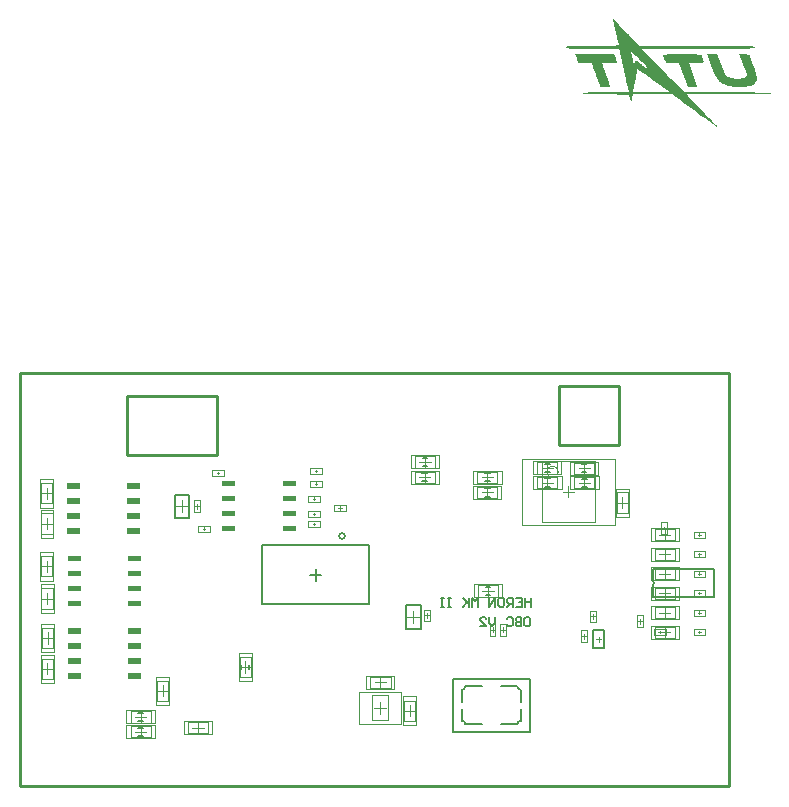
<source format=gbo>
G04*
G04 #@! TF.GenerationSoftware,Altium Limited,Altium Designer,18.0.12 (696)*
G04*
G04 Layer_Color=32896*
%FSLAX44Y44*%
%MOMM*%
G71*
G01*
G75*
%ADD14C,0.2540*%
%ADD15C,0.2000*%
%ADD19C,0.1270*%
%ADD20C,0.1000*%
%ADD21C,0.0500*%
G36*
X567916Y619747D02*
X569725D01*
X571369Y619665D01*
X572685Y619582D01*
X573754Y619500D01*
X574658D01*
X575398Y619418D01*
X575891Y619336D01*
X576302Y619254D01*
X576549Y619171D01*
X576713D01*
X576796Y619089D01*
X576878D01*
X577207Y618102D01*
X577536Y617198D01*
X577865Y616458D01*
X578029Y615800D01*
X578276Y615225D01*
X578440Y614731D01*
X578687Y613992D01*
X578851Y613498D01*
X578933Y613169D01*
Y613005D01*
X578851Y612923D01*
X578687Y612840D01*
X578358D01*
X577947Y612758D01*
X576960Y612676D01*
X575727D01*
X574576Y612594D01*
X566354D01*
X569725Y602727D01*
X573096Y592532D01*
X573014Y592450D01*
X572931Y592368D01*
X572438Y592285D01*
X571780Y592203D01*
X571040D01*
X570300Y592121D01*
X564956D01*
X562490Y599274D01*
X561996Y600672D01*
X561585Y601987D01*
X561174Y603139D01*
X560763Y604207D01*
X560434Y605112D01*
X560187Y605934D01*
X559858Y606674D01*
X559694Y607332D01*
X559447Y607907D01*
X559283Y608318D01*
X559201Y608730D01*
X559036Y608976D01*
X558954Y609387D01*
X558872Y609469D01*
X557803Y612347D01*
X556981Y612429D01*
X555994Y612512D01*
X555090D01*
X554103Y612594D01*
X550650D01*
X549417Y612676D01*
X548430D01*
X547690Y612758D01*
X547032D01*
X546621Y612840D01*
X546292D01*
X545388Y615718D01*
X544977Y616623D01*
X544730Y617363D01*
X544483Y618020D01*
X544401Y618431D01*
X544319Y618760D01*
X544237Y618925D01*
Y619089D01*
X544319Y619171D01*
X544401Y619254D01*
X544648D01*
X544894Y619336D01*
X545717Y619418D01*
X546786Y619500D01*
X548019Y619582D01*
X549334Y619665D01*
X550814D01*
X552294Y619747D01*
X553856D01*
X555336Y619829D01*
X565778Y619829D01*
X567916Y619747D01*
D02*
G37*
G36*
X503949Y616623D02*
X504360Y615636D01*
X504607Y614814D01*
X504853Y614156D01*
X504936Y613663D01*
X505018Y613252D01*
X505100Y613005D01*
Y612923D01*
Y612840D01*
X505018D01*
X504853Y612758D01*
X504524D01*
X504113Y612676D01*
X503127D01*
X501894Y612594D01*
X496385D01*
X495398Y612512D01*
X494494D01*
X493754Y612429D01*
X493178D01*
X492767Y612347D01*
X492685D01*
Y612183D01*
X492849Y611854D01*
X493014Y611361D01*
X493178Y610785D01*
X493425Y610045D01*
X493754Y609223D01*
X494329Y607414D01*
X494987Y605605D01*
X495234Y604783D01*
X495563Y604043D01*
X495727Y603467D01*
X495891Y602974D01*
X496056Y602645D01*
Y602563D01*
X496631Y600919D01*
X497207Y599356D01*
X497618Y598123D01*
X498029Y596972D01*
X498358Y595985D01*
X498605Y595163D01*
X498851Y594505D01*
X499016Y594012D01*
X499180Y593519D01*
X499263Y593190D01*
X499345Y592943D01*
Y592779D01*
X499427Y592614D01*
Y592532D01*
X499345Y592450D01*
X499263Y592368D01*
X498769Y592285D01*
X498111Y592203D01*
X497289D01*
X496467Y592121D01*
X491123D01*
X490547Y593519D01*
X489972Y595163D01*
X489314Y596808D01*
X488738Y598452D01*
X488245Y600014D01*
X487998Y600672D01*
X487834Y601165D01*
X487669Y601659D01*
X487505Y601987D01*
X487423Y602234D01*
Y602316D01*
X487012Y603550D01*
X486601Y604783D01*
X486189Y605852D01*
X485861Y606838D01*
X485285Y608565D01*
X484792Y610045D01*
X484381Y611196D01*
X484134Y611936D01*
X483969Y612429D01*
X483887Y612594D01*
X472459D01*
X471308Y616212D01*
X469910Y619829D01*
X502633D01*
X503949Y616623D01*
D02*
G37*
G36*
X582222Y619911D02*
X582880D01*
X584196Y619829D01*
X587731D01*
X588471Y619747D01*
X589046D01*
X589540Y619665D01*
X589869D01*
X590115Y619582D01*
X590197D01*
X593322Y611278D01*
X593897Y609798D01*
X594391Y608565D01*
X594884Y607332D01*
X595377Y606345D01*
X595706Y605441D01*
X596117Y604618D01*
X596364Y603961D01*
X596693Y603385D01*
X596857Y602892D01*
X597104Y602481D01*
X597351Y601987D01*
X597515Y601659D01*
X597597Y601576D01*
X598091Y601165D01*
X598666Y600754D01*
X599899Y600179D01*
X601379Y599685D01*
X602859Y599439D01*
X604175Y599274D01*
X604833Y599192D01*
X605326D01*
X605737Y599110D01*
X608944D01*
X609519Y599192D01*
X610013D01*
X610506Y599274D01*
X611246D01*
X611657Y599356D01*
X611986Y599439D01*
X612233Y599521D01*
X612315D01*
X612561Y599685D01*
X612808Y599767D01*
X613055D01*
X613301Y599850D01*
X613466Y599932D01*
X613630Y600014D01*
X613712Y600096D01*
X613959Y600343D01*
X614041Y600425D01*
X614206Y600508D01*
X614288Y600672D01*
X614535Y600836D01*
X614699Y601001D01*
X614781Y601083D01*
X615028Y601412D01*
X615275Y601659D01*
X615357Y601741D01*
X615439Y601823D01*
X614041Y605605D01*
X613383Y607332D01*
X612808Y608976D01*
X612232Y610620D01*
X611657Y612100D01*
X611164Y613416D01*
X610670Y614731D01*
X610259Y615883D01*
X609930Y616869D01*
X609601Y617774D01*
X609355Y618514D01*
X609108Y619089D01*
X608944Y619500D01*
X608861Y619747D01*
Y619829D01*
X613877D01*
X614535Y619747D01*
X615686Y619582D01*
X616508Y619418D01*
X617083Y619171D01*
X617495Y618843D01*
X617741Y618678D01*
X617906Y618514D01*
Y618431D01*
X618892Y615718D01*
X619797Y613252D01*
X620619Y611032D01*
X621277Y609058D01*
X621852Y607332D01*
X622346Y605770D01*
X622674Y604454D01*
X623003Y603385D01*
X623250Y602399D01*
X623414Y601659D01*
X623579Y601001D01*
X623661Y600508D01*
X623743Y600179D01*
Y599932D01*
Y599850D01*
Y599767D01*
X623661Y598863D01*
X623414Y598041D01*
X623086Y597219D01*
X622757Y596561D01*
X622428Y596068D01*
X622099Y595574D01*
X621852Y595328D01*
X621770Y595245D01*
X621030Y594670D01*
X620208Y594094D01*
X619303Y593683D01*
X618234Y593272D01*
X616097Y592697D01*
X613959Y592285D01*
X612890Y592121D01*
X611904Y592039D01*
X610999Y591957D01*
X610259D01*
X609601Y591874D01*
X608697D01*
X606724Y591957D01*
X604915Y592039D01*
X603188Y592285D01*
X601626Y592614D01*
X600146Y592943D01*
X598831Y593272D01*
X597680Y593683D01*
X596611Y594177D01*
X595706Y594588D01*
X594884Y594999D01*
X594226Y595328D01*
X593651Y595657D01*
X593240Y595985D01*
X592911Y596232D01*
X592746Y596314D01*
X592664Y596396D01*
X591924Y597054D01*
X591266Y597877D01*
X590526Y598781D01*
X589869Y599932D01*
X589129Y601083D01*
X588471Y602316D01*
X587320Y604783D01*
X586744Y606016D01*
X586251Y607167D01*
X585840Y608236D01*
X585429Y609141D01*
X585182Y609963D01*
X584935Y610538D01*
X584853Y610867D01*
X584771Y611032D01*
X581647Y619994D01*
X582222Y619911D01*
D02*
G37*
G36*
X502058Y649675D02*
X502469Y649346D01*
X502880Y648935D01*
X503456Y648442D01*
X503949Y647866D01*
X504360Y647455D01*
X504689Y647126D01*
X504771Y647044D01*
X505758Y645975D01*
X506827Y644906D01*
X507896Y643755D01*
X508882Y642768D01*
X509704Y641864D01*
X510362Y641124D01*
X510855Y640631D01*
X510938Y640548D01*
X511020Y640466D01*
X512335Y639151D01*
X513404Y638082D01*
X514226Y637178D01*
X514966Y636520D01*
X515460Y636026D01*
X515871Y635615D01*
X516035Y635451D01*
X516118Y635369D01*
X524668Y626818D01*
X585840Y626818D01*
X587402Y626900D01*
X599982D01*
X601462Y626982D01*
X611493D01*
X612808Y626900D01*
X615110D01*
X616015Y626818D01*
X616919D01*
X617577Y626736D01*
X618234Y626653D01*
X618728D01*
X619139Y626571D01*
X619714D01*
X619879Y626489D01*
X620043D01*
X620866Y626325D01*
X621523Y626078D01*
X621934Y625749D01*
X622263Y625502D01*
X622428Y625173D01*
X622510Y625009D01*
X622592Y624845D01*
Y624762D01*
X622017D01*
X621359Y624680D01*
X618152D01*
X616672Y624598D01*
X603024D01*
X598502Y624516D01*
X526477Y624516D01*
X533877Y616869D01*
X534288Y616458D01*
X534781Y615965D01*
X535933Y614814D01*
X537248Y613334D01*
X538646Y611936D01*
X539961Y610538D01*
X540537Y609963D01*
X541030Y609387D01*
X541523Y608976D01*
X541852Y608647D01*
X542017Y608401D01*
X542099Y608318D01*
X543250Y607085D01*
X544319Y605934D01*
X546292Y603961D01*
X547937Y602234D01*
X549334Y600836D01*
X550403Y599767D01*
X551143Y598945D01*
X551554Y598534D01*
X551719Y598370D01*
X562490Y587599D01*
X610670Y587599D01*
X613137Y587517D01*
X617741D01*
X619715Y587435D01*
X621605D01*
X623332Y587352D01*
X626292D01*
X627525Y587270D01*
X628676D01*
X629745Y587188D01*
X630650D01*
X631472Y587106D01*
X632212D01*
X632787Y587024D01*
X633281D01*
X634103Y586941D01*
X634678Y586859D01*
X635007Y586777D01*
X635172D01*
X635254Y586695D01*
X635172Y586612D01*
X634843Y586530D01*
X634350Y586448D01*
X633774Y586366D01*
X632952D01*
X632047Y586283D01*
X630979Y586201D01*
X629745D01*
X628512Y586119D01*
X627114D01*
X624154Y586037D01*
X620948Y585955D01*
X617659Y585872D01*
X611246D01*
X608286Y585790D01*
X564545D01*
X565449Y584639D01*
X565696Y584310D01*
X566272Y583735D01*
X566929Y582912D01*
X567752Y582008D01*
X568738Y581021D01*
X569807Y579870D01*
X572027Y577568D01*
X574165Y575266D01*
X575151Y574279D01*
X576056Y573375D01*
X576796Y572553D01*
X577371Y571977D01*
X577700Y571648D01*
X577865Y571484D01*
X579838Y569428D01*
X581647Y567537D01*
X583209Y565975D01*
X584524Y564577D01*
X585593Y563426D01*
X586580Y562522D01*
X587320Y561700D01*
X587978Y561042D01*
X588471Y560549D01*
X588882Y560138D01*
X589129Y559891D01*
X589293Y559726D01*
X589540Y559480D01*
X590115Y558822D01*
X590609Y558246D01*
X590938Y557835D01*
X591184Y557589D01*
X591349Y557342D01*
X591431Y557260D01*
X591513Y557178D01*
X590197Y558082D01*
X586580Y560631D01*
X583127Y563097D01*
X579756Y565482D01*
X576549Y567866D01*
X573425Y570086D01*
X570547Y572224D01*
X567834Y574279D01*
X565367Y576088D01*
X563065Y577815D01*
X561092Y579377D01*
X559283Y580692D01*
X557803Y581844D01*
X556652Y582748D01*
X556159Y583159D01*
X555830Y583406D01*
X555501Y583652D01*
X555254Y583817D01*
X555172Y583981D01*
X555090D01*
X552623Y585790D01*
X518831D01*
X518420Y585050D01*
X518173Y584310D01*
X517926Y583570D01*
X517844Y582830D01*
X517762Y582255D01*
X517680Y581761D01*
Y581350D01*
Y581268D01*
Y580775D01*
X517598Y580446D01*
X517515Y580199D01*
X517433Y580035D01*
X517351Y579953D01*
X517269D01*
X517104Y580117D01*
X516857Y580528D01*
X516693Y580939D01*
X516529Y581515D01*
X516364Y582008D01*
X516200Y582419D01*
X516118Y582748D01*
Y582830D01*
X515624Y585544D01*
X495645Y585790D01*
X493754D01*
X492027Y585872D01*
X488820D01*
X487423Y585955D01*
X486107D01*
X484874Y586037D01*
X483723D01*
X482736Y586119D01*
X481750Y586201D01*
X480927D01*
X480105Y586283D01*
X478708Y586366D01*
X477639Y586448D01*
X476816Y586530D01*
X476159Y586612D01*
X475748Y586695D01*
X475419Y586777D01*
X475254Y586859D01*
X475090Y586941D01*
X475172Y587023D01*
X475336D01*
X475583Y587106D01*
X475912Y587188D01*
X476405D01*
X476899Y587270D01*
X478214Y587352D01*
X479776D01*
X481421Y587435D01*
X483230Y587517D01*
X487012D01*
X488820Y587599D01*
X515213D01*
X513651Y594999D01*
X513158Y597219D01*
X512664Y599274D01*
X512253Y601165D01*
X511842Y602974D01*
X511513Y604618D01*
X511184Y606098D01*
X510855Y607414D01*
X510609Y608647D01*
X510362Y609634D01*
X510115Y610538D01*
X509951Y611361D01*
X509787Y611936D01*
X509704Y612429D01*
X509622Y612840D01*
X509540Y613005D01*
Y613087D01*
X509129Y614731D01*
X508800Y616294D01*
X508471Y617609D01*
X508224Y618760D01*
X508060Y619829D01*
X507896Y620734D01*
X507731Y621474D01*
X507567Y622131D01*
X507484Y622707D01*
X507402Y623118D01*
Y623447D01*
X507320Y623694D01*
Y624022D01*
Y624105D01*
X507238D01*
X507073Y624187D01*
X506744D01*
X506333Y624269D01*
X505182D01*
X504524Y624351D01*
X502058D01*
X500085Y624433D01*
X495891D01*
X493836Y624516D01*
X469745D01*
X468594Y624598D01*
X465059D01*
X464072Y624680D01*
X463332Y624845D01*
X462839Y625009D01*
X462428Y625173D01*
X462263Y625338D01*
X462181Y625502D01*
X462099Y625667D01*
X462181Y625996D01*
X462510Y626242D01*
X463004Y626407D01*
X463497Y626489D01*
X463990Y626571D01*
X464483Y626653D01*
X465552D01*
X466539Y626736D01*
X470650D01*
X472294Y626818D01*
X491698D01*
X493260Y626900D01*
X497289D01*
X498358Y626982D01*
X500331D01*
X501236Y627065D01*
X502716D01*
X503867Y627147D01*
X504771Y627229D01*
X505511Y627311D01*
X506004D01*
X506333Y627393D01*
X506498D01*
X506580Y627476D01*
X506662D01*
X505100Y633724D01*
X505018Y634464D01*
X504853Y635286D01*
X504442Y637095D01*
X504278Y637835D01*
X504113Y638575D01*
X503949Y638986D01*
Y639151D01*
X503620Y640466D01*
X503373Y641617D01*
X503209Y642522D01*
X503045Y643180D01*
X502962Y643673D01*
X502880Y644084D01*
Y644248D01*
Y644331D01*
X502716Y645317D01*
X502469Y646140D01*
X502387Y646468D01*
Y646715D01*
X502305Y646880D01*
Y646962D01*
X502058Y647784D01*
X501976Y648524D01*
X501894Y648935D01*
Y649099D01*
Y649757D01*
X502058Y649675D01*
D02*
G37*
G36*
X233180Y253840D02*
X222198D01*
Y258759D01*
X233180D01*
Y253840D01*
D02*
G37*
G36*
X182180D02*
X171085D01*
Y258806D01*
X182180D01*
Y253840D01*
D02*
G37*
G36*
X101704Y251804D02*
X90722D01*
Y256723D01*
X101704D01*
Y251804D01*
D02*
G37*
G36*
X50704D02*
X39609D01*
Y256770D01*
X50704D01*
Y251804D01*
D02*
G37*
G36*
X233180Y241140D02*
X222216D01*
Y246056D01*
X233180D01*
Y241140D01*
D02*
G37*
G36*
X182180D02*
X171096D01*
Y246064D01*
X182180D01*
Y241140D01*
D02*
G37*
G36*
X101704Y239104D02*
X90740D01*
Y244020D01*
X101704D01*
Y239104D01*
D02*
G37*
G36*
X50704D02*
X39620D01*
Y244028D01*
X50704D01*
Y239104D01*
D02*
G37*
G36*
X233180Y228440D02*
X222227D01*
Y233331D01*
X233180D01*
Y228440D01*
D02*
G37*
G36*
X182180D02*
X171150D01*
Y233336D01*
X182180D01*
Y228440D01*
D02*
G37*
G36*
X101704Y226404D02*
X90751D01*
Y231295D01*
X101704D01*
Y226404D01*
D02*
G37*
G36*
X50704D02*
X39674D01*
Y231300D01*
X50704D01*
Y226404D01*
D02*
G37*
G36*
X233180Y215740D02*
X222219D01*
Y220607D01*
X233180D01*
Y215740D01*
D02*
G37*
G36*
X182180D02*
X171150D01*
Y220624D01*
X182180D01*
Y215740D01*
D02*
G37*
G36*
X101704Y213704D02*
X90743D01*
Y218571D01*
X101704D01*
Y213704D01*
D02*
G37*
G36*
X50704D02*
X39674D01*
Y218588D01*
X50704D01*
Y213704D01*
D02*
G37*
G36*
X102212Y190336D02*
X91230D01*
Y195255D01*
X102212D01*
Y190336D01*
D02*
G37*
G36*
X51212D02*
X40117D01*
Y195302D01*
X51212D01*
Y190336D01*
D02*
G37*
G36*
X102212Y177636D02*
X91248D01*
Y182552D01*
X102212D01*
Y177636D01*
D02*
G37*
G36*
X51212D02*
X40128D01*
Y182560D01*
X51212D01*
Y177636D01*
D02*
G37*
G36*
X102212Y164936D02*
X91259D01*
Y169827D01*
X102212D01*
Y164936D01*
D02*
G37*
G36*
X51212D02*
X40182D01*
Y169832D01*
X51212D01*
Y164936D01*
D02*
G37*
G36*
X102212Y152236D02*
X91251D01*
Y157103D01*
X102212D01*
Y152236D01*
D02*
G37*
G36*
X51212D02*
X40182D01*
Y157120D01*
X51212D01*
Y152236D01*
D02*
G37*
G36*
X102356Y129204D02*
X91374D01*
Y134123D01*
X102356D01*
Y129204D01*
D02*
G37*
G36*
X51356D02*
X40261D01*
Y134170D01*
X51356D01*
Y129204D01*
D02*
G37*
G36*
X102356Y116504D02*
X91392D01*
Y121420D01*
X102356D01*
Y116504D01*
D02*
G37*
G36*
X51356D02*
X40272D01*
Y121428D01*
X51356D01*
Y116504D01*
D02*
G37*
G36*
X102356Y103804D02*
X91403D01*
Y108695D01*
X102356D01*
Y103804D01*
D02*
G37*
G36*
X51356D02*
X40326D01*
Y108700D01*
X51356D01*
Y103804D01*
D02*
G37*
G36*
X102356Y91104D02*
X91395D01*
Y95971D01*
X102356D01*
Y91104D01*
D02*
G37*
G36*
X51356D02*
X40326D01*
Y95988D01*
X51356D01*
Y91104D01*
D02*
G37*
%LPC*%
G36*
X517269Y622049D02*
Y621885D01*
X517351Y621638D01*
X517433Y620898D01*
X517597Y619911D01*
X517762Y618925D01*
X518008Y617856D01*
X518173Y617034D01*
X518255Y616705D01*
Y616458D01*
X518337Y616294D01*
Y616212D01*
X518502Y615800D01*
X518584Y615225D01*
Y614814D01*
Y614731D01*
Y614649D01*
X518913Y613663D01*
X519077Y612923D01*
X519242Y612512D01*
Y612347D01*
X519324Y611936D01*
X519406Y611772D01*
X519571D01*
X519653Y611854D01*
X519817Y612183D01*
X519900Y612265D01*
Y612347D01*
X520229Y613087D01*
X520475Y613663D01*
X520722Y614074D01*
X520886Y614403D01*
X521051Y614567D01*
X521133Y614649D01*
X521215D01*
X521462Y614567D01*
X521791Y614320D01*
X522284Y613992D01*
X522859Y613663D01*
X523353Y613252D01*
X523846Y612923D01*
X524175Y612676D01*
X524257Y612594D01*
X525162Y611936D01*
X525984Y611361D01*
X526313Y611114D01*
X526559Y610949D01*
X526642Y610867D01*
X526724Y610785D01*
X527464Y610127D01*
X528039Y609634D01*
X528451Y609305D01*
X528615Y609223D01*
X529190Y608730D01*
X529602Y608401D01*
X529930Y608154D01*
X530013Y608072D01*
X530341Y607825D01*
X530588Y607743D01*
X530670Y607661D01*
X530753D01*
X530999Y607414D01*
X530835Y608154D01*
X530424Y608976D01*
X529766Y610045D01*
X528862Y611114D01*
X527793Y612265D01*
X526642Y613498D01*
X524093Y615965D01*
X522859Y617198D01*
X521626Y618349D01*
X520475Y619336D01*
X519406Y620240D01*
X518502Y620980D01*
X517844Y621556D01*
X517433Y621885D01*
X517269Y622049D01*
D02*
G37*
G36*
X522695Y607167D02*
X522613D01*
X522531Y607085D01*
X522448Y606756D01*
X522366Y606263D01*
X522202Y605605D01*
X522119Y604865D01*
X521873Y604043D01*
X521544Y602234D01*
X521215Y600425D01*
X521051Y599603D01*
X520886Y598863D01*
X520804Y598205D01*
X520722Y597712D01*
X520640Y597383D01*
Y597301D01*
X518831Y587846D01*
X526477Y587599D01*
X541770D01*
X549663Y587846D01*
X536344Y597548D01*
X534041Y599274D01*
X531986Y600754D01*
X530259Y601987D01*
X528697Y603139D01*
X527382Y604043D01*
X526313Y604783D01*
X525326Y605441D01*
X524586Y605934D01*
X524011Y606345D01*
X523517Y606674D01*
X523188Y606838D01*
X522942Y607003D01*
X522777Y607085D01*
X522695Y607167D01*
D02*
G37*
%LPD*%
D14*
X89990Y280468D02*
X166190D01*
X89990D02*
Y330252D01*
X166190D01*
Y280468D02*
Y330252D01*
X455930Y289052D02*
Y338836D01*
Y289052D02*
X506730D01*
Y338836D01*
X455930D02*
X506730D01*
X0Y0D02*
X600000D01*
X0D02*
Y350000D01*
X600000D01*
Y0D02*
Y350000D01*
D15*
X275000Y211900D02*
G03*
X275000Y211900I-2500J0D01*
G01*
X535600Y170435D02*
G03*
X535600Y173685I0J1625D01*
G01*
X194000Y99018D02*
Y103018D01*
X187000Y99018D02*
Y103018D01*
X280000Y153900D02*
X295000D01*
Y203900D01*
X280000D02*
X295000D01*
X205000Y153900D02*
X220000D01*
X205000D02*
Y203900D01*
X220000D01*
X393986Y161854D02*
X397986D01*
X393986Y168854D02*
X397986D01*
X535600Y173685D02*
Y183710D01*
Y160410D02*
Y170435D01*
Y160410D02*
X587600D01*
Y183710D01*
X535600D02*
X587600D01*
X475372Y272740D02*
X479371D01*
X475372Y265740D02*
X479371D01*
X444146Y272994D02*
X448147D01*
X444146Y265994D02*
X448147D01*
X444224Y260689D02*
X448224D01*
X444224Y253689D02*
X448224D01*
X475564Y260548D02*
X479563D01*
X475564Y253548D02*
X479563D01*
X393478Y265120D02*
X397478D01*
X393478Y258120D02*
X397478D01*
X393322Y252300D02*
X397322D01*
X393322Y245300D02*
X397322D01*
X340646Y271074D02*
X344646D01*
X340646Y278074D02*
X344646D01*
X340392Y258120D02*
X344392D01*
X340392Y265120D02*
X344392D01*
X99854Y49712D02*
X103854D01*
X99854Y42712D02*
X103854D01*
X99854Y62174D02*
X103854D01*
X99854Y55174D02*
X103854D01*
X428083Y142924D02*
X430582D01*
X431832Y141674D01*
Y136676D01*
X430582Y135426D01*
X428083D01*
X426834Y136676D01*
Y141674D01*
X428083Y142924D01*
X424334D02*
Y135426D01*
X420586D01*
X419336Y136676D01*
Y137925D01*
X420586Y139175D01*
X424334D01*
X420586D01*
X419336Y140424D01*
Y141674D01*
X420586Y142924D01*
X424334D01*
X411838Y141674D02*
X413088Y142924D01*
X415587D01*
X416837Y141674D01*
Y136676D01*
X415587Y135426D01*
X413088D01*
X411838Y136676D01*
X401842Y142924D02*
Y137925D01*
X399342Y135426D01*
X396843Y137925D01*
Y142924D01*
X389346Y135426D02*
X394344D01*
X389346Y140424D01*
Y141674D01*
X390595Y142924D01*
X393094D01*
X394344Y141674D01*
X432086Y159612D02*
Y152114D01*
Y155863D01*
X427088D01*
Y159612D01*
Y152114D01*
X419590Y159612D02*
X424588D01*
Y152114D01*
X419590D01*
X424588Y155863D02*
X422089D01*
X417091Y152114D02*
Y159612D01*
X413342D01*
X412092Y158362D01*
Y155863D01*
X413342Y154613D01*
X417091D01*
X414592D02*
X412092Y152114D01*
X405844Y159612D02*
X408344D01*
X409593Y158362D01*
Y153364D01*
X408344Y152114D01*
X405844D01*
X404595Y153364D01*
Y158362D01*
X405844Y159612D01*
X402096Y152114D02*
Y159612D01*
X397097Y152114D01*
Y159612D01*
X387100Y152114D02*
Y159612D01*
X384601Y157112D01*
X382102Y159612D01*
Y152114D01*
X379603Y159612D02*
Y152114D01*
Y154613D01*
X374604Y159612D01*
X378353Y155863D01*
X374604Y152114D01*
X364608Y159612D02*
X362108D01*
X363358D01*
Y152114D01*
X364608D01*
X362108D01*
X358360Y159612D02*
X355860D01*
X357110D01*
Y152114D01*
X358360D01*
X355860D01*
X485307Y116710D02*
Y132210D01*
X493807D01*
Y116710D02*
Y132210D01*
X485307Y116710D02*
X493807D01*
X130656Y246982D02*
X143156D01*
X130656Y226982D02*
Y246982D01*
Y226982D02*
X143156D01*
Y246982D01*
X326490Y133510D02*
X338990D01*
Y153510D01*
X326490D02*
X338990D01*
X326490Y133510D02*
Y153510D01*
X205000Y153900D02*
X225000D01*
X205000D02*
Y203900D01*
X295000D01*
Y153900D02*
Y203900D01*
X225000Y153900D02*
X295000D01*
X250000Y173900D02*
Y183900D01*
Y178900D02*
Y183900D01*
X245000Y178900D02*
X250000D01*
X245000D02*
X255000D01*
D19*
X423780Y55580D02*
G03*
X420780Y52580I0J-3000D01*
G01*
X376780D02*
G03*
X373780Y55580I-3000J0D01*
G01*
X420780Y84580D02*
G03*
X423780Y81580I3000J0D01*
G01*
X373780D02*
G03*
X376780Y84580I0J3000D01*
G01*
X366280Y46080D02*
Y91080D01*
X431280D01*
Y46080D02*
Y91080D01*
X366280Y46080D02*
X431280D01*
X423780Y55580D02*
Y65580D01*
X406780Y52580D02*
X420780D01*
X376780D02*
X390780D01*
X373780Y55580D02*
Y65580D01*
X423780Y71580D02*
Y81580D01*
X406780Y84580D02*
X420780D01*
X376780D02*
X390780D01*
X373780Y71580D02*
Y81580D01*
D20*
X455602Y266004D02*
G03*
X455602Y266004I-5000J0D01*
G01*
X482132Y138764D02*
X487132D01*
Y148764D01*
X482132D02*
X487132D01*
X482132Y138764D02*
Y148764D01*
X475020Y122000D02*
X480020D01*
Y132000D01*
X475020D02*
X480020D01*
X475020Y122000D02*
Y132000D01*
X397296Y137588D02*
X402296D01*
Y127588D02*
Y137588D01*
X397296Y127588D02*
X402296D01*
X397296D02*
Y137588D01*
X406440D02*
X411440D01*
Y127588D02*
Y137588D01*
X406440Y127588D02*
X411440D01*
X406440D02*
Y137588D01*
X146852Y241982D02*
X151852D01*
X146852Y231982D02*
Y241982D01*
Y231982D02*
X151852D01*
Y241982D01*
X160496Y215690D02*
Y220690D01*
X150496D02*
X160496D01*
X150496Y215690D02*
Y220690D01*
Y215690D02*
X160496D01*
X162132Y262930D02*
Y267930D01*
Y262930D02*
X172132D01*
Y267930D01*
X162132D02*
X172132D01*
X342178Y139643D02*
X347178D01*
Y149643D01*
X342178D02*
X347178D01*
X342178Y139643D02*
Y149643D01*
X265764Y237958D02*
X275764D01*
X265764Y232958D02*
Y237958D01*
Y232958D02*
X275764D01*
Y237958D01*
X141618Y44780D02*
Y54280D01*
X159118Y44780D02*
Y54280D01*
X141618Y44780D02*
X159118D01*
X141618Y54280D02*
X159118D01*
X185750Y92518D02*
X195250D01*
X185750Y109518D02*
X195250D01*
Y92518D02*
Y109518D01*
X185750Y92518D02*
Y109518D01*
X522010Y134700D02*
X527010D01*
X522010D02*
Y144700D01*
X527010D01*
Y134700D02*
Y144700D01*
X536274Y128310D02*
Y133310D01*
X546274D01*
Y128310D02*
Y133310D01*
X536274Y128310D02*
X546274D01*
X542850Y213440D02*
X547850D01*
X542850D02*
Y223440D01*
X547850D01*
Y213440D02*
Y223440D01*
X387486Y160604D02*
Y170104D01*
X404486Y160604D02*
Y170104D01*
X387486Y160604D02*
X404486D01*
X387486Y170104D02*
X404486D01*
X245190Y264200D02*
Y269200D01*
Y264200D02*
X255190D01*
Y269200D01*
X245190D02*
X255190D01*
Y253790D02*
Y258790D01*
X245190D02*
X255190D01*
X245190Y253790D02*
Y258790D01*
Y253790D02*
X255190D01*
X253666Y241086D02*
Y246086D01*
X243666D02*
X253666D01*
X243666Y241086D02*
Y246086D01*
Y241086D02*
X253666D01*
Y227878D02*
Y232878D01*
X243666D02*
X253666D01*
X243666Y227878D02*
Y232878D01*
Y227878D02*
X253666D01*
X243666Y219496D02*
Y224496D01*
Y219496D02*
X253666D01*
Y224496D01*
X243666D02*
X253666D01*
X569980Y166000D02*
X579980D01*
Y161000D02*
Y166000D01*
X569980Y161000D02*
X579980D01*
X569980D02*
Y166000D01*
Y149490D02*
X579980D01*
Y144490D02*
Y149490D01*
X569980Y144490D02*
X579980D01*
X569980D02*
Y149490D01*
Y132980D02*
X579980D01*
Y127980D02*
Y132980D01*
X569980Y127980D02*
X579980D01*
X569980D02*
Y132980D01*
Y215530D02*
X579980D01*
Y210530D02*
Y215530D01*
X569980Y210530D02*
X579980D01*
X569980D02*
Y215530D01*
Y198870D02*
X579980D01*
Y193870D02*
Y198870D01*
X569980Y193870D02*
X579980D01*
X569980D02*
Y198870D01*
Y182510D02*
X579980D01*
Y177510D02*
Y182510D01*
X569980Y177510D02*
X579980D01*
X569980D02*
Y182510D01*
X537150Y168250D02*
X554150D01*
X537150Y158750D02*
X554150D01*
X537150D02*
Y168250D01*
X554150Y158750D02*
Y168250D01*
X537150Y151740D02*
X554150D01*
X537150Y142240D02*
X554150D01*
X537150D02*
Y151740D01*
X554150Y142240D02*
Y151740D01*
X537150Y135230D02*
X554150D01*
X537150Y125730D02*
X554150D01*
X537150D02*
Y135230D01*
X554150Y125730D02*
Y135230D01*
X537150Y217780D02*
X554150D01*
X537150Y208280D02*
X554150D01*
X537150D02*
Y217780D01*
X554150Y208280D02*
Y217780D01*
X537150Y201120D02*
X554150D01*
X537150Y191620D02*
X554150D01*
X537150D02*
Y201120D01*
X554150Y191620D02*
Y201120D01*
X537150Y184760D02*
X554150D01*
X537150Y175260D02*
X554150D01*
X537150D02*
Y184760D01*
X554150Y175260D02*
Y184760D01*
X468871Y273990D02*
X485872D01*
X468871Y264490D02*
X485872D01*
Y273990D01*
X468871Y264490D02*
Y273990D01*
X437646Y274244D02*
X454646D01*
X437646Y264744D02*
X454646D01*
Y274244D01*
X437646Y264744D02*
Y274244D01*
X437724Y261939D02*
X454724D01*
X437724Y252439D02*
X454724D01*
Y261939D01*
X437724Y252439D02*
Y261939D01*
X486063Y252298D02*
Y261798D01*
X469063Y252298D02*
Y261798D01*
X486063D01*
X469063Y252298D02*
X486063D01*
X386978Y266370D02*
X403978D01*
X386978Y256870D02*
X403978D01*
Y266370D01*
X386978Y256870D02*
Y266370D01*
X386822Y253550D02*
X403822D01*
X386822Y244050D02*
X403822D01*
Y253550D01*
X386822Y244050D02*
Y253550D01*
X334146Y269824D02*
X351146D01*
X334146Y279324D02*
X351146D01*
X334146Y269824D02*
Y279324D01*
X351146Y269824D02*
Y279324D01*
X333892Y256870D02*
X350892D01*
X333892Y266370D02*
X350892D01*
X333892Y256870D02*
Y266370D01*
X350892Y256870D02*
Y266370D01*
X17856Y213446D02*
Y230946D01*
X27356Y213446D02*
Y230946D01*
X17856Y213446D02*
X27356D01*
X17856Y230946D02*
X27356D01*
X296050Y92634D02*
X313550D01*
X296050Y83134D02*
X313550D01*
X296050D02*
Y92634D01*
X313550Y83134D02*
Y92634D01*
X324942Y55508D02*
Y72508D01*
X334442Y55508D02*
Y72508D01*
X324942Y55508D02*
X334442D01*
X324942Y72508D02*
X334442D01*
X311546Y55798D02*
Y77298D01*
X297546Y55798D02*
Y77298D01*
Y55798D02*
X311546D01*
X297546Y77298D02*
X311546D01*
X125146Y72367D02*
Y89367D01*
X115646Y72367D02*
Y89367D01*
X125146D01*
X115646Y72367D02*
X125146D01*
X514394Y231258D02*
Y248758D01*
X504893Y231258D02*
Y248758D01*
X514394D01*
X504893Y231258D02*
X514394D01*
X441602Y224004D02*
Y275004D01*
X486601Y224004D02*
Y275004D01*
X441602D02*
X486601D01*
X441602Y224004D02*
X486601D01*
X110354Y41462D02*
Y50962D01*
X93354Y41462D02*
Y50962D01*
X110354D01*
X93354Y41462D02*
X110354D01*
Y53924D02*
Y63424D01*
X93354Y53924D02*
Y63424D01*
X110354D01*
X93354Y53924D02*
X110354D01*
X18230Y108176D02*
X27730D01*
X18230Y90676D02*
X27730D01*
Y108176D01*
X18230Y90676D02*
Y108176D01*
X17900Y167714D02*
X27400D01*
X17900Y150214D02*
X27400D01*
Y167714D01*
X17900Y150214D02*
Y167714D01*
X17653Y256496D02*
X27153D01*
X17653Y239496D02*
X27153D01*
Y256496D01*
X17653Y239496D02*
Y256496D01*
X17448Y177629D02*
Y194629D01*
X26948Y177629D02*
Y194629D01*
X17448Y177629D02*
X26948D01*
X17448Y194629D02*
X26948D01*
X18409Y116976D02*
Y133976D01*
X27909Y116976D02*
Y133976D01*
X18409Y116976D02*
X27909D01*
X18409Y133976D02*
X27909D01*
X484632Y141764D02*
Y145764D01*
X482632Y143764D02*
X486632D01*
X477520Y125000D02*
Y129000D01*
X475520Y127000D02*
X479520D01*
X487557Y124460D02*
X491557D01*
X489557Y122460D02*
Y126460D01*
X399796Y130588D02*
Y134588D01*
X397796Y132588D02*
X401796D01*
X408940Y130588D02*
Y134588D01*
X406940Y132588D02*
X410940D01*
X149352Y234982D02*
Y238982D01*
X147352Y236982D02*
X151352D01*
X131906D02*
X141906D01*
X136906Y231982D02*
Y241982D01*
X327740Y143510D02*
X337740D01*
X332740Y138510D02*
Y148510D01*
X344678Y142643D02*
Y146643D01*
X342678Y144643D02*
X346678D01*
X270764Y233458D02*
Y237458D01*
X268764Y235458D02*
X272764D01*
X138368Y44030D02*
Y55030D01*
X162368Y44030D02*
Y55030D01*
X138368Y44030D02*
X162368D01*
X138368Y55030D02*
X162368D01*
X145618Y49530D02*
X155118D01*
X150368Y44780D02*
Y54280D01*
X185000Y89018D02*
X196000D01*
X185000Y113018D02*
X196000D01*
Y89018D02*
Y113018D01*
X185000Y89018D02*
Y113018D01*
X190500Y96268D02*
Y105768D01*
X185750Y101018D02*
X195250D01*
X524510Y137700D02*
Y141700D01*
X522510Y139700D02*
X526510D01*
X383986Y159854D02*
Y170854D01*
X407986Y159854D02*
Y170854D01*
X383986Y159854D02*
X407986D01*
X383986Y170854D02*
X407986D01*
X391236Y165354D02*
X400736D01*
X395986Y160604D02*
Y170104D01*
X545650Y158750D02*
Y168250D01*
X540900Y163500D02*
X550400D01*
X533650Y169000D02*
X557650D01*
X533650Y158000D02*
X557650D01*
X533650D02*
Y169000D01*
X557650Y158000D02*
Y169000D01*
X545650Y142240D02*
Y151740D01*
X540900Y146990D02*
X550400D01*
X533650Y152490D02*
X557650D01*
X533650Y141490D02*
X557650D01*
X533650D02*
Y152490D01*
X557650Y141490D02*
Y152490D01*
X545650Y125730D02*
Y135230D01*
X540900Y130480D02*
X550400D01*
X533650Y135980D02*
X557650D01*
X533650Y124980D02*
X557650D01*
X533650D02*
Y135980D01*
X557650Y124980D02*
Y135980D01*
X545650Y208280D02*
Y217780D01*
X540900Y213030D02*
X550400D01*
X533650Y218530D02*
X557650D01*
X533650Y207530D02*
X557650D01*
X533650D02*
Y218530D01*
X557650Y207530D02*
Y218530D01*
X545650Y191620D02*
Y201120D01*
X540900Y196370D02*
X550400D01*
X533650Y201870D02*
X557650D01*
X533650Y190870D02*
X557650D01*
X533650D02*
Y201870D01*
X557650Y190870D02*
Y201870D01*
X545650Y175260D02*
Y184760D01*
X540900Y180010D02*
X550400D01*
X533650Y185510D02*
X557650D01*
X533650Y174510D02*
X557650D01*
X533650D02*
Y185510D01*
X557650Y174510D02*
Y185510D01*
X477371Y264490D02*
Y273990D01*
X472621Y269240D02*
X482122D01*
X465372Y274740D02*
X489371D01*
X465372Y263740D02*
X489371D01*
Y274740D01*
X465372Y263740D02*
Y274740D01*
X446147Y264744D02*
Y274244D01*
X441397Y269494D02*
X450896D01*
X434147Y274994D02*
X458147D01*
X434147Y263994D02*
X458147D01*
Y274994D01*
X434147Y263994D02*
Y274994D01*
X446224Y252439D02*
Y261939D01*
X441474Y257189D02*
X450974D01*
X434224Y262689D02*
X458224D01*
X434224Y251689D02*
X458224D01*
Y262689D01*
X434224Y251689D02*
Y262689D01*
X489563Y251548D02*
Y262548D01*
X465564Y251548D02*
Y262548D01*
X489563D01*
X465564Y251548D02*
X489563D01*
X472813Y257048D02*
X482313D01*
X477564Y252298D02*
Y261798D01*
X395478Y256870D02*
Y266370D01*
X390728Y261620D02*
X400228D01*
X383478Y267120D02*
X407478D01*
X383478Y256120D02*
X407478D01*
Y267120D01*
X383478Y256120D02*
Y267120D01*
X395322Y244050D02*
Y253550D01*
X390572Y248800D02*
X400072D01*
X383322Y254300D02*
X407322D01*
X383322Y243300D02*
X407322D01*
Y254300D01*
X383322Y243300D02*
Y254300D01*
X342646Y269824D02*
Y279324D01*
X337896Y274574D02*
X347396D01*
X330646Y269074D02*
X354646D01*
X330646Y280074D02*
X354646D01*
X330646Y269074D02*
Y280074D01*
X354646Y269074D02*
Y280074D01*
X342392Y256870D02*
Y266370D01*
X337642Y261620D02*
X347142D01*
X330392Y256120D02*
X354392D01*
X330392Y267120D02*
X354392D01*
X330392Y256120D02*
Y267120D01*
X354392Y256120D02*
Y267120D01*
X17856Y222196D02*
X27356D01*
X22606Y217446D02*
Y226946D01*
X17106Y210196D02*
Y234196D01*
X28106Y210196D02*
Y234196D01*
X17106Y210196D02*
X28106D01*
X17106Y234196D02*
X28106D01*
X304800Y83134D02*
Y92634D01*
X300050Y87884D02*
X309550D01*
X292800Y93384D02*
X316800D01*
X292800Y82384D02*
X316800D01*
X292800D02*
Y93384D01*
X316800Y82384D02*
Y93384D01*
X324942Y64008D02*
X334442D01*
X329692Y59258D02*
Y68758D01*
X324192Y52008D02*
Y76008D01*
X335192Y52008D02*
Y76008D01*
X324192Y52008D02*
X335192D01*
X324192Y76008D02*
X335192D01*
X299546Y66548D02*
X309546D01*
X304546Y61548D02*
Y71548D01*
X115646Y80867D02*
X125146D01*
X120396Y76117D02*
Y85617D01*
X125896Y68867D02*
Y92867D01*
X114896Y68867D02*
Y92867D01*
X125896D01*
X114896Y68867D02*
X125896D01*
X504893Y240008D02*
X514394D01*
X509644Y235258D02*
Y244758D01*
X515144Y228008D02*
Y252008D01*
X504143Y228008D02*
Y252008D01*
X515144D01*
X504143Y228008D02*
X515144D01*
X459101Y249504D02*
X469102D01*
X464101Y244504D02*
Y254504D01*
X113854Y40712D02*
Y51712D01*
X89854Y40712D02*
Y51712D01*
X113854D01*
X89854Y40712D02*
X113854D01*
X97104Y46212D02*
X106604D01*
X101854Y41462D02*
Y50962D01*
X113854Y53174D02*
Y64174D01*
X89854Y53174D02*
Y64174D01*
X113854D01*
X89854Y53174D02*
X113854D01*
X97104Y58674D02*
X106604D01*
X101854Y53924D02*
Y63424D01*
X17480Y111426D02*
X28480D01*
X17480Y87426D02*
X28480D01*
Y111426D01*
X17480Y87426D02*
Y111426D01*
X22980Y94676D02*
Y104176D01*
X18230Y99426D02*
X27730D01*
X17150Y170964D02*
X28150D01*
X17150Y146964D02*
X28150D01*
Y170964D01*
X17150Y146964D02*
Y170964D01*
X22650Y154214D02*
Y163714D01*
X17900Y158964D02*
X27400D01*
X16903Y259996D02*
X27903D01*
X16903Y235996D02*
X27903D01*
Y259996D01*
X16903Y235996D02*
Y259996D01*
X22403Y243246D02*
Y252746D01*
X17653Y247996D02*
X27153D01*
X17448Y186129D02*
X26948D01*
X22198Y181379D02*
Y190879D01*
X16698Y174129D02*
Y198129D01*
X27698Y174129D02*
Y198129D01*
X16698Y174129D02*
X27698D01*
X16698Y198129D02*
X27698D01*
X18409Y125476D02*
X27909D01*
X23159Y120726D02*
Y130226D01*
X17659Y113476D02*
Y137476D01*
X28659Y113476D02*
Y137476D01*
X17659Y113476D02*
X28659D01*
X17659Y137476D02*
X28659D01*
D21*
X154496Y218190D02*
X156496D01*
X155496Y217190D02*
Y219190D01*
X166132Y265430D02*
X168132D01*
X167132Y264430D02*
Y266430D01*
X540274Y130810D02*
X542274D01*
X541274Y129810D02*
Y131810D01*
X545350Y217440D02*
Y219440D01*
X544350Y218440D02*
X546350D01*
X249190Y266700D02*
X251190D01*
X250190Y265700D02*
Y267700D01*
X249190Y256290D02*
X251190D01*
X250190Y255290D02*
Y257290D01*
X247666Y243586D02*
X249666D01*
X248666Y242586D02*
Y244586D01*
X247666Y230378D02*
X249666D01*
X248666Y229378D02*
Y231378D01*
X247666Y221996D02*
X249666D01*
X248666Y220996D02*
Y222996D01*
X574980Y162500D02*
Y164500D01*
X573980Y163500D02*
X575980D01*
X574980Y145990D02*
Y147990D01*
X573980Y146990D02*
X575980D01*
X574980Y129480D02*
Y131480D01*
X573980Y130480D02*
X575980D01*
X574980Y212030D02*
Y214030D01*
X573980Y213030D02*
X575980D01*
X574980Y195370D02*
Y197370D01*
X573980Y196370D02*
X575980D01*
X574980Y179010D02*
Y181010D01*
X573980Y180010D02*
X575980D01*
X322546Y53048D02*
Y80048D01*
X286546Y53048D02*
Y80048D01*
Y53048D02*
X322546D01*
X286546Y80048D02*
X322546D01*
X425102Y221504D02*
Y277504D01*
X503102Y221504D02*
Y277504D01*
X425102D02*
X503102D01*
X425102Y221504D02*
X503102D01*
M02*

</source>
